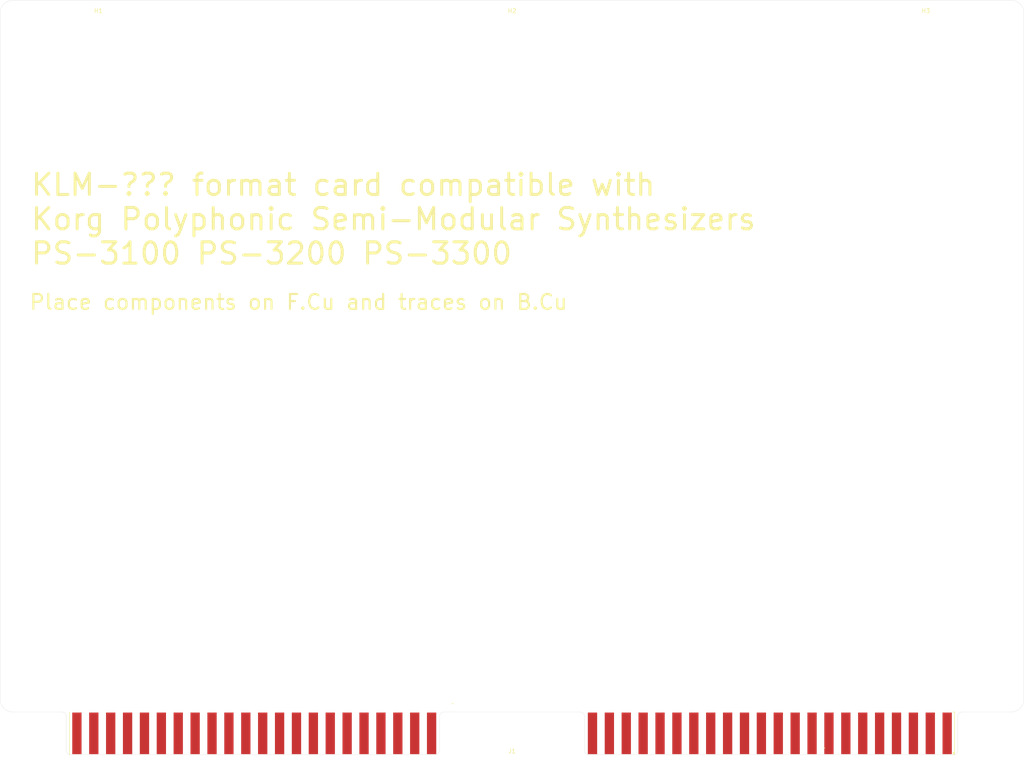
<source format=kicad_pcb>
(kicad_pcb (version 20240108) (generator "pcbnew") (generator_version "8.0")
  (title_block (comment 1 "Created with 'Korg PS-3x00 KLM Cards' template: https://github.com/ddkaiser/pscards"))
  (layers (0 "F.Cu" signal) (31 "B.Cu" signal) (34 "B.Paste" user) (35 "F.Paste" user) (36 "B.SilkS" user "B.Silkscreen") (37 "F.SilkS" user "F.Silkscreen") (38 "B.Mask" user) (39 "F.Mask" user) (44 "Edge.Cuts" user))
  (net 0 "")
  (net 17 "+15V")
  (net 18 "GND")
  (net 22 "-15V")
  (footprint "MountingHole:MountingHole_2.5mm" (layer "F.Cu") (at 200 36)
    (property "Reference" "H2" (at 0 -3.5 360) (layer "F.SilkS"))
    (property "Value" "MountingHole")
    (pad "" np_thru_hole circle (at 0 0) (size 2.5 2.5) (drill 2.5) (layers "*.Cu" "*.Mask"))
  )
  (footprint "MountingHole:MountingHole_2.5mm" (layer "F.Cu") (at 297 36)
    (property "Reference" "H3" (at 0 -3.5 360) (layer "F.SilkS"))
    (property "Value" "MountingHole")
    (pad "" np_thru_hole circle (at 0 0) (size 2.5 2.5) (drill 2.5) (layers "*.Cu" "*.Mask"))
  )
  (footprint "MountingHole:MountingHole_2.5mm" (layer "F.Cu") (at 103 36)
    (property "Reference" "H1" (at 0 -3.5 360) (layer "F.SilkS"))
    (property "Value" "MountingHole")
    (pad "" np_thru_hole circle (at 0 0) (size 2.5 2.5) (drill 2.5) (layers "*.Cu" "*.Mask"))
  )
  (footprint "Korg PS-3x00 KLM Cards:CardEdge-2x22_2.18x9.75mm_P3.96mm" (layer "B.Cu") (at 200 202 -90)
    (property "Reference" "J1" (at 4.191 0 0) (layer "F.SilkS"))
    (property "Value" "Card_Edge_1x44")
    (fp_line (start 5 103.75) (end -5 103.75) (stroke (width 0.15)) (layer "F.SilkS"))
    (fp_line (start -7 13.8) (end -7 14.1) (stroke (width 0.15)) (layer "F.SilkS"))
    (fp_line (start 3.425 -73.365) (end 3.425 -73.065) (stroke (width 0.15)) (layer "F.SilkS"))
    (fp_line (start -5 -103.75) (end -5 -103.35) (stroke (width 0.15)) (layer "F.SilkS"))
    (fp_line (start 5 -103.75) (end 5 -103.35) (stroke (width 0.15)) (layer "F.SilkS"))
    (fp_line (start 5 -103.75) (end -5 -103.75) (stroke (width 0.15)) (layer "F.SilkS"))
    (fp_poly (pts (xy 4.586 -103.302) (xy 4.346 -103.632) (xy 4.826 -103.632) (xy 4.586 -103.302)) (stroke (width 0.12)) (fill solid) (layer "F.SilkS"))
    (pad "1" smd rect (at 0 -102.02) (size 2.18 9.75) (layers "F.Cu" "F.Paste" "F.Mask") (net 17 "+15V"))
    (pad "2" smd rect (at 0 -98.06) (size 2.18 9.75) (layers "F.Cu" "F.Paste" "F.Mask") (net 18 "GND"))
    (pad "3" smd rect (at 0 -94.1) (size 2.18 9.75) (layers "F.Cu" "F.Paste" "F.Mask") (net 22 "-15V"))
    (pad "4" smd rect (at 0 -90.14) (size 2.18 9.75) (layers "F.Cu" "F.Paste" "F.Mask"))
    (pad "5" smd rect (at 0 -86.18) (size 2.18 9.75) (layers "F.Cu" "F.Paste" "F.Mask"))
    (pad "6" smd rect (at 0 -82.22) (size 2.18 9.75) (layers "F.Cu" "F.Paste" "F.Mask"))
    (pad "7" smd rect (at 0 -78.26) (size 2.18 9.75) (layers "F.Cu" "F.Paste" "F.Mask"))
    (pad "8" smd rect (at 0 -74.3) (size 2.18 9.75) (layers "F.Cu" "F.Paste" "F.Mask"))
    (pad "9" smd rect (at 0 -70.34) (size 2.18 9.75) (layers "F.Cu" "F.Paste" "F.Mask"))
    (pad "10" smd rect (at 0 -66.38) (size 2.18 9.75) (layers "F.Cu" "F.Paste" "F.Mask"))
    (pad "11" smd rect (at 0 -62.42) (size 2.18 9.75) (layers "F.Cu" "F.Paste" "F.Mask"))
    (pad "12" smd rect (at 0 -58.46) (size 2.18 9.75) (layers "F.Cu" "F.Paste" "F.Mask"))
    (pad "13" smd rect (at 0 -54.5) (size 2.18 9.75) (layers "F.Cu" "F.Paste" "F.Mask"))
    (pad "14" smd rect (at 0 -50.54) (size 2.18 9.75) (layers "F.Cu" "F.Paste" "F.Mask"))
    (pad "15" smd rect (at 0 -46.58) (size 2.18 9.75) (layers "F.Cu" "F.Paste" "F.Mask"))
    (pad "16" smd rect (at 0 -42.62) (size 2.18 9.75) (layers "F.Cu" "F.Paste" "F.Mask"))
    (pad "17" smd rect (at 0 -38.66) (size 2.18 9.75) (layers "F.Cu" "F.Paste" "F.Mask"))
    (pad "18" smd rect (at 0 -34.7) (size 2.18 9.75) (layers "F.Cu" "F.Paste" "F.Mask"))
    (pad "19" smd rect (at 0 -30.74) (size 2.18 9.75) (layers "F.Cu" "F.Paste" "F.Mask"))
    (pad "20" smd rect (at 0 -26.78) (size 2.18 9.75) (layers "F.Cu" "F.Paste" "F.Mask"))
    (pad "21" smd rect (at 0 -22.82) (size 2.18 9.75) (layers "F.Cu" "F.Paste" "F.Mask"))
    (pad "22" smd rect (at 0 -18.86) (size 2.18 9.75) (layers "F.Cu" "F.Paste" "F.Mask"))
    (pad "23" smd rect (at 0 18.86 180) (size 2.18 9.75) (layers "F.Cu" "F.Paste" "F.Mask"))
    (pad "24" smd rect (at 0 22.82 180) (size 2.18 9.75) (layers "F.Cu" "F.Paste" "F.Mask"))
    (pad "25" smd rect (at 0 26.78 180) (size 2.18 9.75) (layers "F.Cu" "F.Paste" "F.Mask"))
    (pad "26" smd rect (at 0 30.74 180) (size 2.18 9.75) (layers "F.Cu" "F.Paste" "F.Mask"))
    (pad "27" smd rect (at 0 34.7 180) (size 2.18 9.75) (layers "F.Cu" "F.Paste" "F.Mask"))
    (pad "28" smd rect (at 0 38.66 180) (size 2.18 9.75) (layers "F.Cu" "F.Paste" "F.Mask"))
    (pad "29" smd rect (at 0 42.62 180) (size 2.18 9.75) (layers "F.Cu" "F.Paste" "F.Mask"))
    (pad "30" smd rect (at 0 46.58 180) (size 2.18 9.75) (layers "F.Cu" "F.Paste" "F.Mask"))
    (pad "31" smd rect (at 0 50.54 180) (size 2.18 9.75) (layers "F.Cu" "F.Paste" "F.Mask"))
    (pad "32" smd rect (at 0 54.5 180) (size 2.18 9.75) (layers "F.Cu" "F.Paste" "F.Mask"))
    (pad "33" smd rect (at 0 58.46 180) (size 2.18 9.75) (layers "F.Cu" "F.Paste" "F.Mask"))
    (pad "34" smd rect (at 0 62.42 180) (size 2.18 9.75) (layers "F.Cu" "F.Paste" "F.Mask"))
    (pad "35" smd rect (at 0 66.38 180) (size 2.18 9.75) (layers "F.Cu" "F.Paste" "F.Mask"))
    (pad "36" smd rect (at 0 70.34 180) (size 2.18 9.75) (layers "F.Cu" "F.Paste" "F.Mask"))
    (pad "37" smd rect (at 0 74.3 180) (size 2.18 9.75) (layers "F.Cu" "F.Paste" "F.Mask"))
    (pad "38" smd rect (at 0 78.26 180) (size 2.18 9.75) (layers "F.Cu" "F.Paste" "F.Mask"))
    (pad "39" smd rect (at 0 82.22 180) (size 2.18 9.75) (layers "F.Cu" "F.Paste" "F.Mask"))
    (pad "40" smd rect (at 0 86.18 180) (size 2.18 9.75) (layers "F.Cu" "F.Paste" "F.Mask"))
    (pad "41" smd rect (at 0 90.14 180) (size 2.18 9.75) (layers "F.Cu" "F.Paste" "F.Mask"))
    (pad "42" smd rect (at 0 94.1 180) (size 2.18 9.75) (layers "F.Cu" "F.Paste" "F.Mask"))
    (pad "43" smd rect (at 0 98.06 180) (size 2.18 9.75) (layers "F.Cu" "F.Paste" "F.Mask"))
    (pad "44" smd rect (at 0 102.02 180) (size 2.18 9.75) (layers "F.Cu" "F.Paste" "F.Mask"))
  )
  (gr_line (start 80 33) (end 80 194) (stroke (width 0.05)) (layer "Edge.Cuts"))
  (gr_line (start 83 197) (end 94.5 197) (stroke (width 0.05)) (layer "Edge.Cuts"))
  (gr_line (start 218 207) (end 303.5 207) (stroke (width 0.05)) (layer "Edge.Cuts"))
  (gr_arc (start 216 197) (mid 216.707107 197.292893) (end 217 198) (stroke (width 0.05)) (layer "Edge.Cuts"))
  (gr_arc (start 94.5 197) (mid 95.207107 197.292893) (end 95.5 198) (stroke (width 0.05)) (layer "Edge.Cuts"))
  (gr_line (start 183 206) (end 183 198) (stroke (width 0.05)) (layer "Edge.Cuts"))
  (gr_arc (start 183 198) (mid 183.292893 197.292893) (end 184 197) (stroke (width 0.05)) (layer "Edge.Cuts"))
  (gr_arc (start 83 197) (mid 80.87868 196.12132) (end 80 194) (stroke (width 0.05)) (layer "Edge.Cuts"))
  (gr_arc (start 317 30) (mid 319.12132 30.87868) (end 320 33) (stroke (width 0.05)) (layer "Edge.Cuts"))
  (gr_line (start 95.5 198) (end 95.5 206) (stroke (width 0.05)) (layer "Edge.Cuts"))
  (gr_arc (start 320 194) (mid 319.12132 196.12132) (end 317 197) (stroke (width 0.05)) (layer "Edge.Cuts"))
  (gr_arc (start 96.5 207) (mid 95.792893 206.707107) (end 95.5 206) (stroke (width 0.05)) (layer "Edge.Cuts"))
  (gr_line (start 83 30) (end 317 30) (stroke (width 0.05)) (layer "Edge.Cuts"))
  (gr_line (start 184 197) (end 216 197) (stroke (width 0.05)) (layer "Edge.Cuts"))
  (gr_arc (start 218 207) (mid 217.292893 206.707107) (end 217 206) (stroke (width 0.05)) (layer "Edge.Cuts"))
  (gr_arc (start 304.5 198) (mid 304.792893 197.292893) (end 305.5 197) (stroke (width 0.05)) (layer "Edge.Cuts"))
  (gr_arc (start 80 33) (mid 80.87868 30.87868) (end 83 30) (stroke (width 0.05)) (layer "Edge.Cuts"))
  (gr_arc (start 183 206) (mid 182.707107 206.707107) (end 182 207) (stroke (width 0.05)) (layer "Edge.Cuts"))
  (gr_line (start 320 33) (end 320 194) (stroke (width 0.05)) (layer "Edge.Cuts"))
  (gr_line (start 217 198) (end 217 206) (stroke (width 0.05)) (layer "Edge.Cuts"))
  (gr_line (start 304.5 206) (end 304.5 198) (stroke (width 0.05)) (layer "Edge.Cuts"))
  (gr_arc (start 304.5 206) (mid 304.207107 206.707107) (end 303.5 207) (stroke (width 0.05)) (layer "Edge.Cuts"))
  (gr_line (start 305.5 197) (end 317 197) (stroke (width 0.05)) (layer "Edge.Cuts"))
  (gr_line (start 96.5 207) (end 182 207) (stroke (width 0.05)) (layer "Edge.Cuts"))
  (gr_text "Place components on F.Cu and traces on B.Cu" (at 86.614 102.87 0) (layer "F.SilkS") (effects (font (size 3.5 3.5) (thickness 0.5)) (justify left bottom)))
  (gr_text "KLM-??? format card compatible with\nKorg Polyphonic Semi-Modular Synthesizers\nPS-3100 PS-3200 PS-3300" (at 86.868 92.329 -0) (layer "F.SilkS") (effects (font (size 5 5) (thickness 0.7) (bold yes)) (justify left bottom)))
)
</source>
